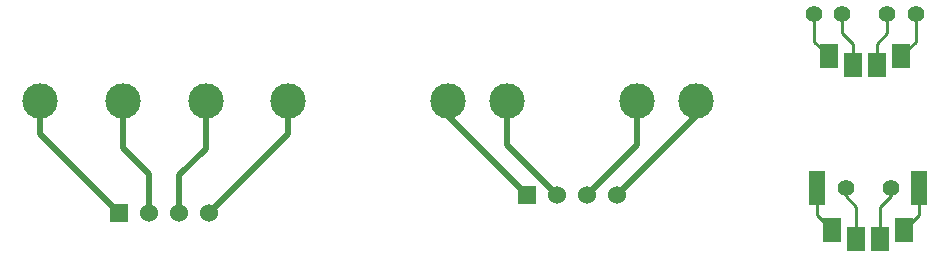
<source format=gtl>
G04 (created by PCBNEW (2013-mar-13)-testing) date Wed 13 Nov 2013 01:43:14 PM CET*
%MOIN*%
G04 Gerber Fmt 3.4, Leading zero omitted, Abs format*
%FSLAX34Y34*%
G01*
G70*
G90*
G04 APERTURE LIST*
%ADD10C,0.005906*%
%ADD11C,0.118110*%
%ADD12R,0.060000X0.060000*%
%ADD13C,0.060000*%
%ADD14C,0.055118*%
%ADD15R,0.055118X0.118110*%
%ADD16R,0.060000X0.078740*%
%ADD17C,0.019685*%
%ADD18C,0.010000*%
G04 APERTURE END LIST*
G54D10*
G54D11*
X54921Y-37795D03*
X57677Y-37795D03*
X60433Y-37795D03*
X63188Y-37795D03*
G54D12*
X57555Y-41535D03*
G54D13*
X58555Y-41535D03*
X59555Y-41535D03*
X60555Y-41535D03*
G54D11*
X68503Y-37795D03*
X70472Y-37795D03*
X74803Y-37795D03*
X76771Y-37795D03*
G54D12*
X71137Y-40944D03*
G54D13*
X72137Y-40944D03*
X73137Y-40944D03*
X74137Y-40944D03*
G54D14*
X80708Y-34921D03*
X81653Y-34921D03*
X83149Y-34921D03*
X84094Y-34921D03*
G54D15*
X80826Y-40708D03*
G54D14*
X81771Y-40708D03*
X83267Y-40708D03*
G54D15*
X84212Y-40708D03*
G54D16*
X81201Y-36321D03*
X82001Y-36621D03*
X82801Y-36621D03*
X83601Y-36321D03*
X81319Y-42108D03*
X82119Y-42408D03*
X82919Y-42408D03*
X83719Y-42108D03*
G54D17*
X68503Y-37795D02*
X68503Y-38311D01*
X68503Y-38311D02*
X71137Y-40944D01*
X57677Y-37795D02*
X57677Y-39370D01*
X58555Y-40248D02*
X58555Y-41535D01*
X57677Y-39370D02*
X58555Y-40248D01*
X60433Y-37795D02*
X60433Y-39409D01*
X59555Y-40287D02*
X59555Y-41535D01*
X60433Y-39409D02*
X59555Y-40287D01*
X63188Y-37795D02*
X63188Y-38901D01*
X63188Y-38901D02*
X60555Y-41535D01*
G54D18*
X80708Y-34921D02*
X80708Y-35828D01*
X80708Y-35828D02*
X81201Y-36321D01*
X81653Y-34921D02*
X81653Y-35551D01*
X82001Y-35899D02*
X82001Y-36621D01*
X81653Y-35551D02*
X82001Y-35899D01*
X83149Y-34921D02*
X83149Y-35551D01*
X82801Y-35899D02*
X82801Y-36621D01*
X83149Y-35551D02*
X82801Y-35899D01*
X84094Y-34921D02*
X84094Y-35828D01*
X84094Y-35828D02*
X83601Y-36321D01*
G54D17*
X70472Y-37795D02*
X70472Y-39279D01*
X70472Y-39279D02*
X72137Y-40944D01*
X74803Y-37795D02*
X74803Y-39279D01*
X74803Y-39279D02*
X73137Y-40944D01*
X76771Y-37795D02*
X76771Y-38311D01*
X76771Y-38311D02*
X74137Y-40944D01*
G54D18*
X80826Y-40708D02*
X80826Y-41615D01*
X80826Y-41615D02*
X81319Y-42108D01*
X81771Y-40708D02*
X81771Y-40984D01*
X82119Y-41332D02*
X82119Y-42408D01*
X81771Y-40984D02*
X82119Y-41332D01*
X83267Y-40708D02*
X83267Y-40984D01*
X82919Y-41332D02*
X82919Y-42408D01*
X83267Y-40984D02*
X82919Y-41332D01*
X84212Y-40708D02*
X84212Y-41615D01*
X84212Y-41615D02*
X83719Y-42108D01*
G54D17*
X54921Y-37795D02*
X54921Y-38901D01*
X54921Y-38901D02*
X57555Y-41535D01*
M02*

</source>
